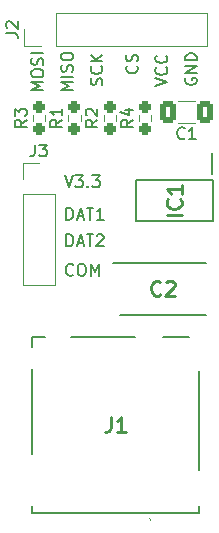
<source format=gto>
%TF.GenerationSoftware,KiCad,Pcbnew,9.0.6*%
%TF.CreationDate,2025-11-09T12:48:57-08:00*%
%TF.ProjectId,storage_block,73746f72-6167-4655-9f62-6c6f636b2e6b,rev?*%
%TF.SameCoordinates,Original*%
%TF.FileFunction,Legend,Top*%
%TF.FilePolarity,Positive*%
%FSLAX46Y46*%
G04 Gerber Fmt 4.6, Leading zero omitted, Abs format (unit mm)*
G04 Created by KiCad (PCBNEW 9.0.6) date 2025-11-09 12:48:57*
%MOMM*%
%LPD*%
G01*
G04 APERTURE LIST*
G04 Aperture macros list*
%AMRoundRect*
0 Rectangle with rounded corners*
0 $1 Rounding radius*
0 $2 $3 $4 $5 $6 $7 $8 $9 X,Y pos of 4 corners*
0 Add a 4 corners polygon primitive as box body*
4,1,4,$2,$3,$4,$5,$6,$7,$8,$9,$2,$3,0*
0 Add four circle primitives for the rounded corners*
1,1,$1+$1,$2,$3*
1,1,$1+$1,$4,$5*
1,1,$1+$1,$6,$7*
1,1,$1+$1,$8,$9*
0 Add four rect primitives between the rounded corners*
20,1,$1+$1,$2,$3,$4,$5,0*
20,1,$1+$1,$4,$5,$6,$7,0*
20,1,$1+$1,$6,$7,$8,$9,0*
20,1,$1+$1,$8,$9,$2,$3,0*%
G04 Aperture macros list end*
%ADD10C,0.150000*%
%ADD11C,0.254000*%
%ADD12C,0.120000*%
%ADD13C,0.200000*%
%ADD14C,0.100000*%
%ADD15RoundRect,0.237500X0.237500X-0.250000X0.237500X0.250000X-0.237500X0.250000X-0.237500X-0.250000X0*%
%ADD16R,1.700000X1.700000*%
%ADD17C,1.700000*%
%ADD18R,0.950000X1.750000*%
%ADD19R,3.200000X1.750000*%
%ADD20R,2.300000X2.500000*%
%ADD21R,0.800000X1.240000*%
%ADD22R,1.150000X1.250000*%
%ADD23R,1.150000X2.500000*%
%ADD24R,1.150000X2.200000*%
%ADD25R,1.150000X1.200000*%
%ADD26R,1.500000X1.150000*%
%ADD27RoundRect,0.250000X0.412500X0.650000X-0.412500X0.650000X-0.412500X-0.650000X0.412500X-0.650000X0*%
G04 APERTURE END LIST*
D10*
X137908207Y-99774580D02*
X137860588Y-99822200D01*
X137860588Y-99822200D02*
X137717731Y-99869819D01*
X137717731Y-99869819D02*
X137622493Y-99869819D01*
X137622493Y-99869819D02*
X137479636Y-99822200D01*
X137479636Y-99822200D02*
X137384398Y-99726961D01*
X137384398Y-99726961D02*
X137336779Y-99631723D01*
X137336779Y-99631723D02*
X137289160Y-99441247D01*
X137289160Y-99441247D02*
X137289160Y-99298390D01*
X137289160Y-99298390D02*
X137336779Y-99107914D01*
X137336779Y-99107914D02*
X137384398Y-99012676D01*
X137384398Y-99012676D02*
X137479636Y-98917438D01*
X137479636Y-98917438D02*
X137622493Y-98869819D01*
X137622493Y-98869819D02*
X137717731Y-98869819D01*
X137717731Y-98869819D02*
X137860588Y-98917438D01*
X137860588Y-98917438D02*
X137908207Y-98965057D01*
X138527255Y-98869819D02*
X138717731Y-98869819D01*
X138717731Y-98869819D02*
X138812969Y-98917438D01*
X138812969Y-98917438D02*
X138908207Y-99012676D01*
X138908207Y-99012676D02*
X138955826Y-99203152D01*
X138955826Y-99203152D02*
X138955826Y-99536485D01*
X138955826Y-99536485D02*
X138908207Y-99726961D01*
X138908207Y-99726961D02*
X138812969Y-99822200D01*
X138812969Y-99822200D02*
X138717731Y-99869819D01*
X138717731Y-99869819D02*
X138527255Y-99869819D01*
X138527255Y-99869819D02*
X138432017Y-99822200D01*
X138432017Y-99822200D02*
X138336779Y-99726961D01*
X138336779Y-99726961D02*
X138289160Y-99536485D01*
X138289160Y-99536485D02*
X138289160Y-99203152D01*
X138289160Y-99203152D02*
X138336779Y-99012676D01*
X138336779Y-99012676D02*
X138432017Y-98917438D01*
X138432017Y-98917438D02*
X138527255Y-98869819D01*
X139384398Y-99869819D02*
X139384398Y-98869819D01*
X139384398Y-98869819D02*
X139717731Y-99584104D01*
X139717731Y-99584104D02*
X140051064Y-98869819D01*
X140051064Y-98869819D02*
X140051064Y-99869819D01*
X140322200Y-83710839D02*
X140369819Y-83567982D01*
X140369819Y-83567982D02*
X140369819Y-83329887D01*
X140369819Y-83329887D02*
X140322200Y-83234649D01*
X140322200Y-83234649D02*
X140274580Y-83187030D01*
X140274580Y-83187030D02*
X140179342Y-83139411D01*
X140179342Y-83139411D02*
X140084104Y-83139411D01*
X140084104Y-83139411D02*
X139988866Y-83187030D01*
X139988866Y-83187030D02*
X139941247Y-83234649D01*
X139941247Y-83234649D02*
X139893628Y-83329887D01*
X139893628Y-83329887D02*
X139846009Y-83520363D01*
X139846009Y-83520363D02*
X139798390Y-83615601D01*
X139798390Y-83615601D02*
X139750771Y-83663220D01*
X139750771Y-83663220D02*
X139655533Y-83710839D01*
X139655533Y-83710839D02*
X139560295Y-83710839D01*
X139560295Y-83710839D02*
X139465057Y-83663220D01*
X139465057Y-83663220D02*
X139417438Y-83615601D01*
X139417438Y-83615601D02*
X139369819Y-83520363D01*
X139369819Y-83520363D02*
X139369819Y-83282268D01*
X139369819Y-83282268D02*
X139417438Y-83139411D01*
X140274580Y-82139411D02*
X140322200Y-82187030D01*
X140322200Y-82187030D02*
X140369819Y-82329887D01*
X140369819Y-82329887D02*
X140369819Y-82425125D01*
X140369819Y-82425125D02*
X140322200Y-82567982D01*
X140322200Y-82567982D02*
X140226961Y-82663220D01*
X140226961Y-82663220D02*
X140131723Y-82710839D01*
X140131723Y-82710839D02*
X139941247Y-82758458D01*
X139941247Y-82758458D02*
X139798390Y-82758458D01*
X139798390Y-82758458D02*
X139607914Y-82710839D01*
X139607914Y-82710839D02*
X139512676Y-82663220D01*
X139512676Y-82663220D02*
X139417438Y-82567982D01*
X139417438Y-82567982D02*
X139369819Y-82425125D01*
X139369819Y-82425125D02*
X139369819Y-82329887D01*
X139369819Y-82329887D02*
X139417438Y-82187030D01*
X139417438Y-82187030D02*
X139465057Y-82139411D01*
X140369819Y-81710839D02*
X139369819Y-81710839D01*
X140369819Y-81139411D02*
X139798390Y-81567982D01*
X139369819Y-81139411D02*
X139941247Y-81710839D01*
X147417438Y-83139411D02*
X147369819Y-83234649D01*
X147369819Y-83234649D02*
X147369819Y-83377506D01*
X147369819Y-83377506D02*
X147417438Y-83520363D01*
X147417438Y-83520363D02*
X147512676Y-83615601D01*
X147512676Y-83615601D02*
X147607914Y-83663220D01*
X147607914Y-83663220D02*
X147798390Y-83710839D01*
X147798390Y-83710839D02*
X147941247Y-83710839D01*
X147941247Y-83710839D02*
X148131723Y-83663220D01*
X148131723Y-83663220D02*
X148226961Y-83615601D01*
X148226961Y-83615601D02*
X148322200Y-83520363D01*
X148322200Y-83520363D02*
X148369819Y-83377506D01*
X148369819Y-83377506D02*
X148369819Y-83282268D01*
X148369819Y-83282268D02*
X148322200Y-83139411D01*
X148322200Y-83139411D02*
X148274580Y-83091792D01*
X148274580Y-83091792D02*
X147941247Y-83091792D01*
X147941247Y-83091792D02*
X147941247Y-83282268D01*
X148369819Y-82663220D02*
X147369819Y-82663220D01*
X147369819Y-82663220D02*
X148369819Y-82091792D01*
X148369819Y-82091792D02*
X147369819Y-82091792D01*
X148369819Y-81615601D02*
X147369819Y-81615601D01*
X147369819Y-81615601D02*
X147369819Y-81377506D01*
X147369819Y-81377506D02*
X147417438Y-81234649D01*
X147417438Y-81234649D02*
X147512676Y-81139411D01*
X147512676Y-81139411D02*
X147607914Y-81091792D01*
X147607914Y-81091792D02*
X147798390Y-81044173D01*
X147798390Y-81044173D02*
X147941247Y-81044173D01*
X147941247Y-81044173D02*
X148131723Y-81091792D01*
X148131723Y-81091792D02*
X148226961Y-81139411D01*
X148226961Y-81139411D02*
X148322200Y-81234649D01*
X148322200Y-81234649D02*
X148369819Y-81377506D01*
X148369819Y-81377506D02*
X148369819Y-81615601D01*
X137869819Y-84163220D02*
X136869819Y-84163220D01*
X136869819Y-84163220D02*
X137584104Y-83829887D01*
X137584104Y-83829887D02*
X136869819Y-83496554D01*
X136869819Y-83496554D02*
X137869819Y-83496554D01*
X137869819Y-83020363D02*
X136869819Y-83020363D01*
X137822200Y-82591792D02*
X137869819Y-82448935D01*
X137869819Y-82448935D02*
X137869819Y-82210840D01*
X137869819Y-82210840D02*
X137822200Y-82115602D01*
X137822200Y-82115602D02*
X137774580Y-82067983D01*
X137774580Y-82067983D02*
X137679342Y-82020364D01*
X137679342Y-82020364D02*
X137584104Y-82020364D01*
X137584104Y-82020364D02*
X137488866Y-82067983D01*
X137488866Y-82067983D02*
X137441247Y-82115602D01*
X137441247Y-82115602D02*
X137393628Y-82210840D01*
X137393628Y-82210840D02*
X137346009Y-82401316D01*
X137346009Y-82401316D02*
X137298390Y-82496554D01*
X137298390Y-82496554D02*
X137250771Y-82544173D01*
X137250771Y-82544173D02*
X137155533Y-82591792D01*
X137155533Y-82591792D02*
X137060295Y-82591792D01*
X137060295Y-82591792D02*
X136965057Y-82544173D01*
X136965057Y-82544173D02*
X136917438Y-82496554D01*
X136917438Y-82496554D02*
X136869819Y-82401316D01*
X136869819Y-82401316D02*
X136869819Y-82163221D01*
X136869819Y-82163221D02*
X136917438Y-82020364D01*
X136869819Y-81401316D02*
X136869819Y-81210840D01*
X136869819Y-81210840D02*
X136917438Y-81115602D01*
X136917438Y-81115602D02*
X137012676Y-81020364D01*
X137012676Y-81020364D02*
X137203152Y-80972745D01*
X137203152Y-80972745D02*
X137536485Y-80972745D01*
X137536485Y-80972745D02*
X137726961Y-81020364D01*
X137726961Y-81020364D02*
X137822200Y-81115602D01*
X137822200Y-81115602D02*
X137869819Y-81210840D01*
X137869819Y-81210840D02*
X137869819Y-81401316D01*
X137869819Y-81401316D02*
X137822200Y-81496554D01*
X137822200Y-81496554D02*
X137726961Y-81591792D01*
X137726961Y-81591792D02*
X137536485Y-81639411D01*
X137536485Y-81639411D02*
X137203152Y-81639411D01*
X137203152Y-81639411D02*
X137012676Y-81591792D01*
X137012676Y-81591792D02*
X136917438Y-81496554D01*
X136917438Y-81496554D02*
X136869819Y-81401316D01*
X137336779Y-95119819D02*
X137336779Y-94119819D01*
X137336779Y-94119819D02*
X137574874Y-94119819D01*
X137574874Y-94119819D02*
X137717731Y-94167438D01*
X137717731Y-94167438D02*
X137812969Y-94262676D01*
X137812969Y-94262676D02*
X137860588Y-94357914D01*
X137860588Y-94357914D02*
X137908207Y-94548390D01*
X137908207Y-94548390D02*
X137908207Y-94691247D01*
X137908207Y-94691247D02*
X137860588Y-94881723D01*
X137860588Y-94881723D02*
X137812969Y-94976961D01*
X137812969Y-94976961D02*
X137717731Y-95072200D01*
X137717731Y-95072200D02*
X137574874Y-95119819D01*
X137574874Y-95119819D02*
X137336779Y-95119819D01*
X138289160Y-94834104D02*
X138765350Y-94834104D01*
X138193922Y-95119819D02*
X138527255Y-94119819D01*
X138527255Y-94119819D02*
X138860588Y-95119819D01*
X139051065Y-94119819D02*
X139622493Y-94119819D01*
X139336779Y-95119819D02*
X139336779Y-94119819D01*
X140479636Y-95119819D02*
X139908208Y-95119819D01*
X140193922Y-95119819D02*
X140193922Y-94119819D01*
X140193922Y-94119819D02*
X140098684Y-94262676D01*
X140098684Y-94262676D02*
X140003446Y-94357914D01*
X140003446Y-94357914D02*
X139908208Y-94405533D01*
X144869819Y-83806077D02*
X145869819Y-83472744D01*
X145869819Y-83472744D02*
X144869819Y-83139411D01*
X145774580Y-82234649D02*
X145822200Y-82282268D01*
X145822200Y-82282268D02*
X145869819Y-82425125D01*
X145869819Y-82425125D02*
X145869819Y-82520363D01*
X145869819Y-82520363D02*
X145822200Y-82663220D01*
X145822200Y-82663220D02*
X145726961Y-82758458D01*
X145726961Y-82758458D02*
X145631723Y-82806077D01*
X145631723Y-82806077D02*
X145441247Y-82853696D01*
X145441247Y-82853696D02*
X145298390Y-82853696D01*
X145298390Y-82853696D02*
X145107914Y-82806077D01*
X145107914Y-82806077D02*
X145012676Y-82758458D01*
X145012676Y-82758458D02*
X144917438Y-82663220D01*
X144917438Y-82663220D02*
X144869819Y-82520363D01*
X144869819Y-82520363D02*
X144869819Y-82425125D01*
X144869819Y-82425125D02*
X144917438Y-82282268D01*
X144917438Y-82282268D02*
X144965057Y-82234649D01*
X145774580Y-81234649D02*
X145822200Y-81282268D01*
X145822200Y-81282268D02*
X145869819Y-81425125D01*
X145869819Y-81425125D02*
X145869819Y-81520363D01*
X145869819Y-81520363D02*
X145822200Y-81663220D01*
X145822200Y-81663220D02*
X145726961Y-81758458D01*
X145726961Y-81758458D02*
X145631723Y-81806077D01*
X145631723Y-81806077D02*
X145441247Y-81853696D01*
X145441247Y-81853696D02*
X145298390Y-81853696D01*
X145298390Y-81853696D02*
X145107914Y-81806077D01*
X145107914Y-81806077D02*
X145012676Y-81758458D01*
X145012676Y-81758458D02*
X144917438Y-81663220D01*
X144917438Y-81663220D02*
X144869819Y-81520363D01*
X144869819Y-81520363D02*
X144869819Y-81425125D01*
X144869819Y-81425125D02*
X144917438Y-81282268D01*
X144917438Y-81282268D02*
X144965057Y-81234649D01*
X143274580Y-82091792D02*
X143322200Y-82139411D01*
X143322200Y-82139411D02*
X143369819Y-82282268D01*
X143369819Y-82282268D02*
X143369819Y-82377506D01*
X143369819Y-82377506D02*
X143322200Y-82520363D01*
X143322200Y-82520363D02*
X143226961Y-82615601D01*
X143226961Y-82615601D02*
X143131723Y-82663220D01*
X143131723Y-82663220D02*
X142941247Y-82710839D01*
X142941247Y-82710839D02*
X142798390Y-82710839D01*
X142798390Y-82710839D02*
X142607914Y-82663220D01*
X142607914Y-82663220D02*
X142512676Y-82615601D01*
X142512676Y-82615601D02*
X142417438Y-82520363D01*
X142417438Y-82520363D02*
X142369819Y-82377506D01*
X142369819Y-82377506D02*
X142369819Y-82282268D01*
X142369819Y-82282268D02*
X142417438Y-82139411D01*
X142417438Y-82139411D02*
X142465057Y-82091792D01*
X143322200Y-81710839D02*
X143369819Y-81567982D01*
X143369819Y-81567982D02*
X143369819Y-81329887D01*
X143369819Y-81329887D02*
X143322200Y-81234649D01*
X143322200Y-81234649D02*
X143274580Y-81187030D01*
X143274580Y-81187030D02*
X143179342Y-81139411D01*
X143179342Y-81139411D02*
X143084104Y-81139411D01*
X143084104Y-81139411D02*
X142988866Y-81187030D01*
X142988866Y-81187030D02*
X142941247Y-81234649D01*
X142941247Y-81234649D02*
X142893628Y-81329887D01*
X142893628Y-81329887D02*
X142846009Y-81520363D01*
X142846009Y-81520363D02*
X142798390Y-81615601D01*
X142798390Y-81615601D02*
X142750771Y-81663220D01*
X142750771Y-81663220D02*
X142655533Y-81710839D01*
X142655533Y-81710839D02*
X142560295Y-81710839D01*
X142560295Y-81710839D02*
X142465057Y-81663220D01*
X142465057Y-81663220D02*
X142417438Y-81615601D01*
X142417438Y-81615601D02*
X142369819Y-81520363D01*
X142369819Y-81520363D02*
X142369819Y-81282268D01*
X142369819Y-81282268D02*
X142417438Y-81139411D01*
X137193922Y-91369819D02*
X137527255Y-92369819D01*
X137527255Y-92369819D02*
X137860588Y-91369819D01*
X138098684Y-91369819D02*
X138717731Y-91369819D01*
X138717731Y-91369819D02*
X138384398Y-91750771D01*
X138384398Y-91750771D02*
X138527255Y-91750771D01*
X138527255Y-91750771D02*
X138622493Y-91798390D01*
X138622493Y-91798390D02*
X138670112Y-91846009D01*
X138670112Y-91846009D02*
X138717731Y-91941247D01*
X138717731Y-91941247D02*
X138717731Y-92179342D01*
X138717731Y-92179342D02*
X138670112Y-92274580D01*
X138670112Y-92274580D02*
X138622493Y-92322200D01*
X138622493Y-92322200D02*
X138527255Y-92369819D01*
X138527255Y-92369819D02*
X138241541Y-92369819D01*
X138241541Y-92369819D02*
X138146303Y-92322200D01*
X138146303Y-92322200D02*
X138098684Y-92274580D01*
X139146303Y-92274580D02*
X139193922Y-92322200D01*
X139193922Y-92322200D02*
X139146303Y-92369819D01*
X139146303Y-92369819D02*
X139098684Y-92322200D01*
X139098684Y-92322200D02*
X139146303Y-92274580D01*
X139146303Y-92274580D02*
X139146303Y-92369819D01*
X139527255Y-91369819D02*
X140146302Y-91369819D01*
X140146302Y-91369819D02*
X139812969Y-91750771D01*
X139812969Y-91750771D02*
X139955826Y-91750771D01*
X139955826Y-91750771D02*
X140051064Y-91798390D01*
X140051064Y-91798390D02*
X140098683Y-91846009D01*
X140098683Y-91846009D02*
X140146302Y-91941247D01*
X140146302Y-91941247D02*
X140146302Y-92179342D01*
X140146302Y-92179342D02*
X140098683Y-92274580D01*
X140098683Y-92274580D02*
X140051064Y-92322200D01*
X140051064Y-92322200D02*
X139955826Y-92369819D01*
X139955826Y-92369819D02*
X139670112Y-92369819D01*
X139670112Y-92369819D02*
X139574874Y-92322200D01*
X139574874Y-92322200D02*
X139527255Y-92274580D01*
X135369819Y-84163220D02*
X134369819Y-84163220D01*
X134369819Y-84163220D02*
X135084104Y-83829887D01*
X135084104Y-83829887D02*
X134369819Y-83496554D01*
X134369819Y-83496554D02*
X135369819Y-83496554D01*
X134369819Y-82829887D02*
X134369819Y-82639411D01*
X134369819Y-82639411D02*
X134417438Y-82544173D01*
X134417438Y-82544173D02*
X134512676Y-82448935D01*
X134512676Y-82448935D02*
X134703152Y-82401316D01*
X134703152Y-82401316D02*
X135036485Y-82401316D01*
X135036485Y-82401316D02*
X135226961Y-82448935D01*
X135226961Y-82448935D02*
X135322200Y-82544173D01*
X135322200Y-82544173D02*
X135369819Y-82639411D01*
X135369819Y-82639411D02*
X135369819Y-82829887D01*
X135369819Y-82829887D02*
X135322200Y-82925125D01*
X135322200Y-82925125D02*
X135226961Y-83020363D01*
X135226961Y-83020363D02*
X135036485Y-83067982D01*
X135036485Y-83067982D02*
X134703152Y-83067982D01*
X134703152Y-83067982D02*
X134512676Y-83020363D01*
X134512676Y-83020363D02*
X134417438Y-82925125D01*
X134417438Y-82925125D02*
X134369819Y-82829887D01*
X135322200Y-82020363D02*
X135369819Y-81877506D01*
X135369819Y-81877506D02*
X135369819Y-81639411D01*
X135369819Y-81639411D02*
X135322200Y-81544173D01*
X135322200Y-81544173D02*
X135274580Y-81496554D01*
X135274580Y-81496554D02*
X135179342Y-81448935D01*
X135179342Y-81448935D02*
X135084104Y-81448935D01*
X135084104Y-81448935D02*
X134988866Y-81496554D01*
X134988866Y-81496554D02*
X134941247Y-81544173D01*
X134941247Y-81544173D02*
X134893628Y-81639411D01*
X134893628Y-81639411D02*
X134846009Y-81829887D01*
X134846009Y-81829887D02*
X134798390Y-81925125D01*
X134798390Y-81925125D02*
X134750771Y-81972744D01*
X134750771Y-81972744D02*
X134655533Y-82020363D01*
X134655533Y-82020363D02*
X134560295Y-82020363D01*
X134560295Y-82020363D02*
X134465057Y-81972744D01*
X134465057Y-81972744D02*
X134417438Y-81925125D01*
X134417438Y-81925125D02*
X134369819Y-81829887D01*
X134369819Y-81829887D02*
X134369819Y-81591792D01*
X134369819Y-81591792D02*
X134417438Y-81448935D01*
X135369819Y-81020363D02*
X134369819Y-81020363D01*
X137336779Y-97369819D02*
X137336779Y-96369819D01*
X137336779Y-96369819D02*
X137574874Y-96369819D01*
X137574874Y-96369819D02*
X137717731Y-96417438D01*
X137717731Y-96417438D02*
X137812969Y-96512676D01*
X137812969Y-96512676D02*
X137860588Y-96607914D01*
X137860588Y-96607914D02*
X137908207Y-96798390D01*
X137908207Y-96798390D02*
X137908207Y-96941247D01*
X137908207Y-96941247D02*
X137860588Y-97131723D01*
X137860588Y-97131723D02*
X137812969Y-97226961D01*
X137812969Y-97226961D02*
X137717731Y-97322200D01*
X137717731Y-97322200D02*
X137574874Y-97369819D01*
X137574874Y-97369819D02*
X137336779Y-97369819D01*
X138289160Y-97084104D02*
X138765350Y-97084104D01*
X138193922Y-97369819D02*
X138527255Y-96369819D01*
X138527255Y-96369819D02*
X138860588Y-97369819D01*
X139051065Y-96369819D02*
X139622493Y-96369819D01*
X139336779Y-97369819D02*
X139336779Y-96369819D01*
X139908208Y-96465057D02*
X139955827Y-96417438D01*
X139955827Y-96417438D02*
X140051065Y-96369819D01*
X140051065Y-96369819D02*
X140289160Y-96369819D01*
X140289160Y-96369819D02*
X140384398Y-96417438D01*
X140384398Y-96417438D02*
X140432017Y-96465057D01*
X140432017Y-96465057D02*
X140479636Y-96560295D01*
X140479636Y-96560295D02*
X140479636Y-96655533D01*
X140479636Y-96655533D02*
X140432017Y-96798390D01*
X140432017Y-96798390D02*
X139860589Y-97369819D01*
X139860589Y-97369819D02*
X140479636Y-97369819D01*
X133954819Y-86666666D02*
X133478628Y-86999999D01*
X133954819Y-87238094D02*
X132954819Y-87238094D01*
X132954819Y-87238094D02*
X132954819Y-86857142D01*
X132954819Y-86857142D02*
X133002438Y-86761904D01*
X133002438Y-86761904D02*
X133050057Y-86714285D01*
X133050057Y-86714285D02*
X133145295Y-86666666D01*
X133145295Y-86666666D02*
X133288152Y-86666666D01*
X133288152Y-86666666D02*
X133383390Y-86714285D01*
X133383390Y-86714285D02*
X133431009Y-86761904D01*
X133431009Y-86761904D02*
X133478628Y-86857142D01*
X133478628Y-86857142D02*
X133478628Y-87238094D01*
X132954819Y-86333332D02*
X132954819Y-85714285D01*
X132954819Y-85714285D02*
X133335771Y-86047618D01*
X133335771Y-86047618D02*
X133335771Y-85904761D01*
X133335771Y-85904761D02*
X133383390Y-85809523D01*
X133383390Y-85809523D02*
X133431009Y-85761904D01*
X133431009Y-85761904D02*
X133526247Y-85714285D01*
X133526247Y-85714285D02*
X133764342Y-85714285D01*
X133764342Y-85714285D02*
X133859580Y-85761904D01*
X133859580Y-85761904D02*
X133907200Y-85809523D01*
X133907200Y-85809523D02*
X133954819Y-85904761D01*
X133954819Y-85904761D02*
X133954819Y-86190475D01*
X133954819Y-86190475D02*
X133907200Y-86285713D01*
X133907200Y-86285713D02*
X133859580Y-86333332D01*
X136954819Y-86666666D02*
X136478628Y-86999999D01*
X136954819Y-87238094D02*
X135954819Y-87238094D01*
X135954819Y-87238094D02*
X135954819Y-86857142D01*
X135954819Y-86857142D02*
X136002438Y-86761904D01*
X136002438Y-86761904D02*
X136050057Y-86714285D01*
X136050057Y-86714285D02*
X136145295Y-86666666D01*
X136145295Y-86666666D02*
X136288152Y-86666666D01*
X136288152Y-86666666D02*
X136383390Y-86714285D01*
X136383390Y-86714285D02*
X136431009Y-86761904D01*
X136431009Y-86761904D02*
X136478628Y-86857142D01*
X136478628Y-86857142D02*
X136478628Y-87238094D01*
X136954819Y-85714285D02*
X136954819Y-86285713D01*
X136954819Y-85999999D02*
X135954819Y-85999999D01*
X135954819Y-85999999D02*
X136097676Y-86095237D01*
X136097676Y-86095237D02*
X136192914Y-86190475D01*
X136192914Y-86190475D02*
X136240533Y-86285713D01*
X134666666Y-88764819D02*
X134666666Y-89479104D01*
X134666666Y-89479104D02*
X134619047Y-89621961D01*
X134619047Y-89621961D02*
X134523809Y-89717200D01*
X134523809Y-89717200D02*
X134380952Y-89764819D01*
X134380952Y-89764819D02*
X134285714Y-89764819D01*
X135047619Y-88764819D02*
X135666666Y-88764819D01*
X135666666Y-88764819D02*
X135333333Y-89145771D01*
X135333333Y-89145771D02*
X135476190Y-89145771D01*
X135476190Y-89145771D02*
X135571428Y-89193390D01*
X135571428Y-89193390D02*
X135619047Y-89241009D01*
X135619047Y-89241009D02*
X135666666Y-89336247D01*
X135666666Y-89336247D02*
X135666666Y-89574342D01*
X135666666Y-89574342D02*
X135619047Y-89669580D01*
X135619047Y-89669580D02*
X135571428Y-89717200D01*
X135571428Y-89717200D02*
X135476190Y-89764819D01*
X135476190Y-89764819D02*
X135190476Y-89764819D01*
X135190476Y-89764819D02*
X135095238Y-89717200D01*
X135095238Y-89717200D02*
X135047619Y-89669580D01*
X142954819Y-86666666D02*
X142478628Y-86999999D01*
X142954819Y-87238094D02*
X141954819Y-87238094D01*
X141954819Y-87238094D02*
X141954819Y-86857142D01*
X141954819Y-86857142D02*
X142002438Y-86761904D01*
X142002438Y-86761904D02*
X142050057Y-86714285D01*
X142050057Y-86714285D02*
X142145295Y-86666666D01*
X142145295Y-86666666D02*
X142288152Y-86666666D01*
X142288152Y-86666666D02*
X142383390Y-86714285D01*
X142383390Y-86714285D02*
X142431009Y-86761904D01*
X142431009Y-86761904D02*
X142478628Y-86857142D01*
X142478628Y-86857142D02*
X142478628Y-87238094D01*
X142288152Y-85809523D02*
X142954819Y-85809523D01*
X141907200Y-86047618D02*
X142621485Y-86285713D01*
X142621485Y-86285713D02*
X142621485Y-85666666D01*
D11*
X147074318Y-94739762D02*
X145804318Y-94739762D01*
X146953365Y-93409285D02*
X147013842Y-93469761D01*
X147013842Y-93469761D02*
X147074318Y-93651190D01*
X147074318Y-93651190D02*
X147074318Y-93772142D01*
X147074318Y-93772142D02*
X147013842Y-93953571D01*
X147013842Y-93953571D02*
X146892889Y-94074523D01*
X146892889Y-94074523D02*
X146771937Y-94135000D01*
X146771937Y-94135000D02*
X146530032Y-94195476D01*
X146530032Y-94195476D02*
X146348603Y-94195476D01*
X146348603Y-94195476D02*
X146106699Y-94135000D01*
X146106699Y-94135000D02*
X145985746Y-94074523D01*
X145985746Y-94074523D02*
X145864794Y-93953571D01*
X145864794Y-93953571D02*
X145804318Y-93772142D01*
X145804318Y-93772142D02*
X145804318Y-93651190D01*
X145804318Y-93651190D02*
X145864794Y-93469761D01*
X145864794Y-93469761D02*
X145925270Y-93409285D01*
X147074318Y-92199761D02*
X147074318Y-92925476D01*
X147074318Y-92562619D02*
X145804318Y-92562619D01*
X145804318Y-92562619D02*
X145985746Y-92683571D01*
X145985746Y-92683571D02*
X146106699Y-92804523D01*
X146106699Y-92804523D02*
X146167175Y-92925476D01*
X145288333Y-101453365D02*
X145227857Y-101513842D01*
X145227857Y-101513842D02*
X145046428Y-101574318D01*
X145046428Y-101574318D02*
X144925476Y-101574318D01*
X144925476Y-101574318D02*
X144744047Y-101513842D01*
X144744047Y-101513842D02*
X144623095Y-101392889D01*
X144623095Y-101392889D02*
X144562618Y-101271937D01*
X144562618Y-101271937D02*
X144502142Y-101030032D01*
X144502142Y-101030032D02*
X144502142Y-100848603D01*
X144502142Y-100848603D02*
X144562618Y-100606699D01*
X144562618Y-100606699D02*
X144623095Y-100485746D01*
X144623095Y-100485746D02*
X144744047Y-100364794D01*
X144744047Y-100364794D02*
X144925476Y-100304318D01*
X144925476Y-100304318D02*
X145046428Y-100304318D01*
X145046428Y-100304318D02*
X145227857Y-100364794D01*
X145227857Y-100364794D02*
X145288333Y-100425270D01*
X145772142Y-100425270D02*
X145832618Y-100364794D01*
X145832618Y-100364794D02*
X145953571Y-100304318D01*
X145953571Y-100304318D02*
X146255952Y-100304318D01*
X146255952Y-100304318D02*
X146376904Y-100364794D01*
X146376904Y-100364794D02*
X146437380Y-100425270D01*
X146437380Y-100425270D02*
X146497857Y-100546222D01*
X146497857Y-100546222D02*
X146497857Y-100667175D01*
X146497857Y-100667175D02*
X146437380Y-100848603D01*
X146437380Y-100848603D02*
X145711666Y-101574318D01*
X145711666Y-101574318D02*
X146497857Y-101574318D01*
X141076667Y-111804318D02*
X141076667Y-112711461D01*
X141076667Y-112711461D02*
X141016190Y-112892889D01*
X141016190Y-112892889D02*
X140895238Y-113013842D01*
X140895238Y-113013842D02*
X140713809Y-113074318D01*
X140713809Y-113074318D02*
X140592857Y-113074318D01*
X142346667Y-113074318D02*
X141620952Y-113074318D01*
X141983809Y-113074318D02*
X141983809Y-111804318D01*
X141983809Y-111804318D02*
X141862857Y-111985746D01*
X141862857Y-111985746D02*
X141741905Y-112106699D01*
X141741905Y-112106699D02*
X141620952Y-112167175D01*
D10*
X139954819Y-86666666D02*
X139478628Y-86999999D01*
X139954819Y-87238094D02*
X138954819Y-87238094D01*
X138954819Y-87238094D02*
X138954819Y-86857142D01*
X138954819Y-86857142D02*
X139002438Y-86761904D01*
X139002438Y-86761904D02*
X139050057Y-86714285D01*
X139050057Y-86714285D02*
X139145295Y-86666666D01*
X139145295Y-86666666D02*
X139288152Y-86666666D01*
X139288152Y-86666666D02*
X139383390Y-86714285D01*
X139383390Y-86714285D02*
X139431009Y-86761904D01*
X139431009Y-86761904D02*
X139478628Y-86857142D01*
X139478628Y-86857142D02*
X139478628Y-87238094D01*
X139050057Y-86285713D02*
X139002438Y-86238094D01*
X139002438Y-86238094D02*
X138954819Y-86142856D01*
X138954819Y-86142856D02*
X138954819Y-85904761D01*
X138954819Y-85904761D02*
X139002438Y-85809523D01*
X139002438Y-85809523D02*
X139050057Y-85761904D01*
X139050057Y-85761904D02*
X139145295Y-85714285D01*
X139145295Y-85714285D02*
X139240533Y-85714285D01*
X139240533Y-85714285D02*
X139383390Y-85761904D01*
X139383390Y-85761904D02*
X139954819Y-86333332D01*
X139954819Y-86333332D02*
X139954819Y-85714285D01*
X132224819Y-79333333D02*
X132939104Y-79333333D01*
X132939104Y-79333333D02*
X133081961Y-79380952D01*
X133081961Y-79380952D02*
X133177200Y-79476190D01*
X133177200Y-79476190D02*
X133224819Y-79619047D01*
X133224819Y-79619047D02*
X133224819Y-79714285D01*
X132320057Y-78904761D02*
X132272438Y-78857142D01*
X132272438Y-78857142D02*
X132224819Y-78761904D01*
X132224819Y-78761904D02*
X132224819Y-78523809D01*
X132224819Y-78523809D02*
X132272438Y-78428571D01*
X132272438Y-78428571D02*
X132320057Y-78380952D01*
X132320057Y-78380952D02*
X132415295Y-78333333D01*
X132415295Y-78333333D02*
X132510533Y-78333333D01*
X132510533Y-78333333D02*
X132653390Y-78380952D01*
X132653390Y-78380952D02*
X133224819Y-78952380D01*
X133224819Y-78952380D02*
X133224819Y-78333333D01*
X147333333Y-88209580D02*
X147285714Y-88257200D01*
X147285714Y-88257200D02*
X147142857Y-88304819D01*
X147142857Y-88304819D02*
X147047619Y-88304819D01*
X147047619Y-88304819D02*
X146904762Y-88257200D01*
X146904762Y-88257200D02*
X146809524Y-88161961D01*
X146809524Y-88161961D02*
X146761905Y-88066723D01*
X146761905Y-88066723D02*
X146714286Y-87876247D01*
X146714286Y-87876247D02*
X146714286Y-87733390D01*
X146714286Y-87733390D02*
X146761905Y-87542914D01*
X146761905Y-87542914D02*
X146809524Y-87447676D01*
X146809524Y-87447676D02*
X146904762Y-87352438D01*
X146904762Y-87352438D02*
X147047619Y-87304819D01*
X147047619Y-87304819D02*
X147142857Y-87304819D01*
X147142857Y-87304819D02*
X147285714Y-87352438D01*
X147285714Y-87352438D02*
X147333333Y-87400057D01*
X148285714Y-88304819D02*
X147714286Y-88304819D01*
X148000000Y-88304819D02*
X148000000Y-87304819D01*
X148000000Y-87304819D02*
X147904762Y-87447676D01*
X147904762Y-87447676D02*
X147809524Y-87542914D01*
X147809524Y-87542914D02*
X147714286Y-87590533D01*
D12*
%TO.C,R3*%
X134477500Y-86754724D02*
X134477500Y-86245276D01*
X135522500Y-86754724D02*
X135522500Y-86245276D01*
%TO.C,R1*%
X137477500Y-86754724D02*
X137477500Y-86245276D01*
X138522500Y-86754724D02*
X138522500Y-86245276D01*
%TO.C,J3*%
X133620000Y-90310000D02*
X135000000Y-90310000D01*
X133620000Y-91690000D02*
X133620000Y-90310000D01*
X133620000Y-92960000D02*
X133620000Y-100690000D01*
X133620000Y-92960000D02*
X136380000Y-92960000D01*
X133620000Y-100690000D02*
X136380000Y-100690000D01*
X136380000Y-92960000D02*
X136380000Y-100690000D01*
%TO.C,R4*%
X143477500Y-86754724D02*
X143477500Y-86245276D01*
X144522500Y-86754724D02*
X144522500Y-86245276D01*
D13*
%TO.C,IC1*%
X143250000Y-91750000D02*
X149750000Y-91750000D01*
X143250000Y-95250000D02*
X143250000Y-91750000D01*
X149625000Y-89475000D02*
X149625000Y-91225000D01*
X149750000Y-91750000D02*
X149750000Y-95250000D01*
X149750000Y-95250000D02*
X143250000Y-95250000D01*
%TO.C,C2*%
X141850000Y-103175000D02*
X149150000Y-103175000D01*
X149150000Y-98825000D02*
X141250000Y-98825000D01*
%TO.C,J1*%
X134430000Y-105025000D02*
X135500000Y-105025000D01*
X134430000Y-105925000D02*
X134430000Y-105025000D01*
X134430000Y-114925000D02*
X134430000Y-107725000D01*
X134430000Y-119975000D02*
X134430000Y-119325000D01*
X137700000Y-105025000D02*
X143100000Y-105025000D01*
D14*
X144400000Y-120425000D02*
X144400000Y-120425000D01*
X144400000Y-120525000D02*
X144400000Y-120525000D01*
D13*
X145500000Y-105025000D02*
X147700000Y-105025000D01*
X148570000Y-107925000D02*
X148570000Y-116325000D01*
X148570000Y-119325000D02*
X148570000Y-119975000D01*
X148570000Y-119975000D02*
X134430000Y-119975000D01*
D14*
X144400000Y-120425000D02*
G75*
G02*
X144400000Y-120525000I0J-50000D01*
G01*
X144400000Y-120525000D02*
G75*
G02*
X144400000Y-120425000I0J50000D01*
G01*
D12*
%TO.C,R2*%
X140477500Y-86754724D02*
X140477500Y-86245276D01*
X141522500Y-86754724D02*
X141522500Y-86245276D01*
%TO.C,J2*%
X133770000Y-80380000D02*
X133770000Y-79000000D01*
X135150000Y-80380000D02*
X133770000Y-80380000D01*
X136420000Y-77620000D02*
X149230000Y-77620000D01*
X136420000Y-80380000D02*
X136420000Y-77620000D01*
X136420000Y-80380000D02*
X149230000Y-80380000D01*
X149230000Y-80380000D02*
X149230000Y-77620000D01*
%TO.C,C1*%
X148211252Y-85090000D02*
X146788748Y-85090000D01*
X148211252Y-86910000D02*
X146788748Y-86910000D01*
%TD*%
%LPC*%
D15*
%TO.C,R3*%
X135000000Y-87412500D03*
X135000000Y-85587500D03*
%TD*%
%TO.C,R1*%
X138000000Y-87412500D03*
X138000000Y-85587500D03*
%TD*%
D16*
%TO.C,J3*%
X135000000Y-91690000D03*
D17*
X135000000Y-94230000D03*
X135000000Y-96770000D03*
X135000000Y-99310000D03*
%TD*%
D15*
%TO.C,R4*%
X144000000Y-87412500D03*
X144000000Y-85587500D03*
%TD*%
D18*
%TO.C,IC1*%
X148800000Y-90350000D03*
X146500000Y-90350000D03*
X144200000Y-90350000D03*
D19*
X146500000Y-96650000D03*
%TD*%
D20*
%TO.C,C2*%
X142400000Y-101000000D03*
X148600000Y-101000000D03*
%TD*%
D21*
%TO.C,J1*%
X144400000Y-118485000D03*
X143300000Y-118485000D03*
X142200000Y-118485000D03*
X141100000Y-118485000D03*
X140000000Y-118485000D03*
X138900000Y-118485000D03*
X137800000Y-118485000D03*
X136700000Y-118485000D03*
D22*
X134755000Y-115855000D03*
D23*
X148645000Y-117855000D03*
D24*
X134355000Y-118005000D03*
D25*
X134755000Y-106855000D03*
D26*
X136560000Y-105730000D03*
X144340000Y-105730000D03*
D24*
X148645000Y-106525000D03*
%TD*%
D15*
%TO.C,R2*%
X141000000Y-87412500D03*
X141000000Y-85587500D03*
%TD*%
D16*
%TO.C,J2*%
X135150000Y-79000000D03*
D17*
X137690000Y-79000000D03*
X140230000Y-79000000D03*
X142770000Y-79000000D03*
X145310000Y-79000000D03*
X147850000Y-79000000D03*
%TD*%
D27*
%TO.C,C1*%
X149062500Y-86000000D03*
X145937500Y-86000000D03*
%TD*%
%LPD*%
M02*

</source>
